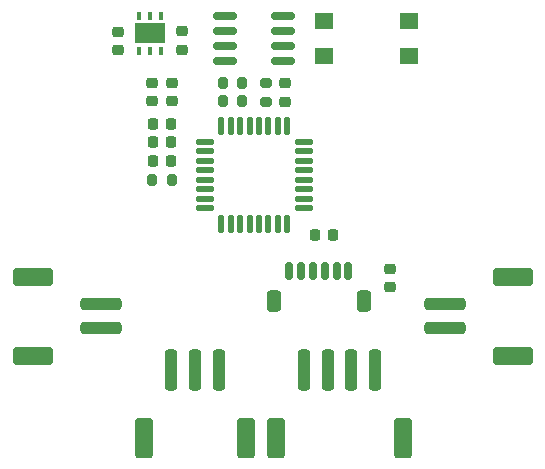
<source format=gtp>
%TF.GenerationSoftware,KiCad,Pcbnew,6.0.11-2627ca5db0~126~ubuntu20.04.1*%
%TF.CreationDate,2023-02-21T17:10:03+08:00*%
%TF.ProjectId,cityscope-can-module,63697479-7363-46f7-9065-2d63616e2d6d,v1.0*%
%TF.SameCoordinates,Original*%
%TF.FileFunction,Paste,Top*%
%TF.FilePolarity,Positive*%
%FSLAX46Y46*%
G04 Gerber Fmt 4.6, Leading zero omitted, Abs format (unit mm)*
G04 Created by KiCad (PCBNEW 6.0.11-2627ca5db0~126~ubuntu20.04.1) date 2023-02-21 17:10:03*
%MOMM*%
%LPD*%
G01*
G04 APERTURE LIST*
G04 Aperture macros list*
%AMRoundRect*
0 Rectangle with rounded corners*
0 $1 Rounding radius*
0 $2 $3 $4 $5 $6 $7 $8 $9 X,Y pos of 4 corners*
0 Add a 4 corners polygon primitive as box body*
4,1,4,$2,$3,$4,$5,$6,$7,$8,$9,$2,$3,0*
0 Add four circle primitives for the rounded corners*
1,1,$1+$1,$2,$3*
1,1,$1+$1,$4,$5*
1,1,$1+$1,$6,$7*
1,1,$1+$1,$8,$9*
0 Add four rect primitives between the rounded corners*
20,1,$1+$1,$2,$3,$4,$5,0*
20,1,$1+$1,$4,$5,$6,$7,0*
20,1,$1+$1,$6,$7,$8,$9,0*
20,1,$1+$1,$8,$9,$2,$3,0*%
G04 Aperture macros list end*
%ADD10RoundRect,0.200000X-0.200000X-0.275000X0.200000X-0.275000X0.200000X0.275000X-0.200000X0.275000X0*%
%ADD11RoundRect,0.225000X0.225000X0.250000X-0.225000X0.250000X-0.225000X-0.250000X0.225000X-0.250000X0*%
%ADD12RoundRect,0.225000X-0.250000X0.225000X-0.250000X-0.225000X0.250000X-0.225000X0.250000X0.225000X0*%
%ADD13R,0.400000X0.800000*%
%ADD14R,2.500000X1.750000*%
%ADD15RoundRect,0.125000X-0.625000X-0.125000X0.625000X-0.125000X0.625000X0.125000X-0.625000X0.125000X0*%
%ADD16RoundRect,0.125000X-0.125000X-0.625000X0.125000X-0.625000X0.125000X0.625000X-0.125000X0.625000X0*%
%ADD17RoundRect,0.250000X-1.500000X0.250000X-1.500000X-0.250000X1.500000X-0.250000X1.500000X0.250000X0*%
%ADD18RoundRect,0.250001X-1.449999X0.499999X-1.449999X-0.499999X1.449999X-0.499999X1.449999X0.499999X0*%
%ADD19RoundRect,0.225000X-0.225000X-0.250000X0.225000X-0.250000X0.225000X0.250000X-0.225000X0.250000X0*%
%ADD20RoundRect,0.150000X0.150000X0.625000X-0.150000X0.625000X-0.150000X-0.625000X0.150000X-0.625000X0*%
%ADD21RoundRect,0.250000X0.350000X0.650000X-0.350000X0.650000X-0.350000X-0.650000X0.350000X-0.650000X0*%
%ADD22RoundRect,0.250000X-0.250000X-1.500000X0.250000X-1.500000X0.250000X1.500000X-0.250000X1.500000X0*%
%ADD23RoundRect,0.250001X-0.499999X-1.449999X0.499999X-1.449999X0.499999X1.449999X-0.499999X1.449999X0*%
%ADD24R,1.600000X1.400000*%
%ADD25RoundRect,0.250000X1.500000X-0.250000X1.500000X0.250000X-1.500000X0.250000X-1.500000X-0.250000X0*%
%ADD26RoundRect,0.250001X1.449999X-0.499999X1.449999X0.499999X-1.449999X0.499999X-1.449999X-0.499999X0*%
%ADD27RoundRect,0.200000X0.275000X-0.200000X0.275000X0.200000X-0.275000X0.200000X-0.275000X-0.200000X0*%
%ADD28RoundRect,0.225000X0.250000X-0.225000X0.250000X0.225000X-0.250000X0.225000X-0.250000X-0.225000X0*%
%ADD29RoundRect,0.150000X0.825000X0.150000X-0.825000X0.150000X-0.825000X-0.150000X0.825000X-0.150000X0*%
%ADD30RoundRect,0.218750X-0.256250X0.218750X-0.256250X-0.218750X0.256250X-0.218750X0.256250X0.218750X0*%
G04 APERTURE END LIST*
D10*
%TO.C,R1*%
X172375000Y-81300000D03*
X174025000Y-81300000D03*
%TD*%
D11*
%TO.C,C1*%
X168000000Y-83200000D03*
X166450000Y-83200000D03*
%TD*%
D12*
%TO.C,C2*%
X168100000Y-79725000D03*
X168100000Y-81275000D03*
%TD*%
D13*
%TO.C,PS1*%
X167150000Y-74055000D03*
X166200000Y-74055000D03*
X165250000Y-74055000D03*
X165250000Y-77055000D03*
X166200000Y-77055000D03*
X167150000Y-77055000D03*
D14*
X166200000Y-75555000D03*
%TD*%
D15*
%TO.C,U1*%
X170850000Y-84750000D03*
X170850000Y-85550000D03*
X170850000Y-86350000D03*
X170850000Y-87150000D03*
X170850000Y-87950000D03*
X170850000Y-88750000D03*
X170850000Y-89550000D03*
X170850000Y-90350000D03*
D16*
X172225000Y-91725000D03*
X173025000Y-91725000D03*
X173825000Y-91725000D03*
X174625000Y-91725000D03*
X175425000Y-91725000D03*
X176225000Y-91725000D03*
X177025000Y-91725000D03*
X177825000Y-91725000D03*
D15*
X179200000Y-90350000D03*
X179200000Y-89550000D03*
X179200000Y-88750000D03*
X179200000Y-87950000D03*
X179200000Y-87150000D03*
X179200000Y-86350000D03*
X179200000Y-85550000D03*
X179200000Y-84750000D03*
D16*
X177825000Y-83375000D03*
X177025000Y-83375000D03*
X176225000Y-83375000D03*
X175425000Y-83375000D03*
X174625000Y-83375000D03*
X173825000Y-83375000D03*
X173025000Y-83375000D03*
X172225000Y-83375000D03*
%TD*%
D17*
%TO.C,J6*%
X162050000Y-98500000D03*
X162050000Y-100500000D03*
D18*
X156300000Y-96150000D03*
X156300000Y-102850000D03*
%TD*%
D19*
%TO.C,C4*%
X180150000Y-92600000D03*
X181700000Y-92600000D03*
%TD*%
D12*
%TO.C,C5*%
X168900000Y-75405000D03*
X168900000Y-76955000D03*
%TD*%
D20*
%TO.C,J1*%
X183000000Y-95675000D03*
X182000000Y-95675000D03*
X181000000Y-95675000D03*
X180000000Y-95675000D03*
X179000000Y-95675000D03*
X178000000Y-95675000D03*
D21*
X184300000Y-98200000D03*
X176700000Y-98200000D03*
%TD*%
D12*
%TO.C,C3*%
X166350000Y-79725000D03*
X166350000Y-81275000D03*
%TD*%
D10*
%TO.C,R4*%
X166400000Y-88000000D03*
X168050000Y-88000000D03*
%TD*%
D12*
%TO.C,C6*%
X163500000Y-75455000D03*
X163500000Y-77005000D03*
%TD*%
D22*
%TO.C,J5*%
X179250000Y-104050000D03*
X181250000Y-104050000D03*
X183250000Y-104050000D03*
X185250000Y-104050000D03*
D23*
X187600000Y-109800000D03*
X176900000Y-109800000D03*
%TD*%
D19*
%TO.C,C7*%
X166450000Y-86400000D03*
X168000000Y-86400000D03*
%TD*%
D10*
%TO.C,R3*%
X172375000Y-79800000D03*
X174025000Y-79800000D03*
%TD*%
D24*
%TO.C,SW1*%
X188100000Y-74500000D03*
X180900000Y-74500000D03*
X188100000Y-77500000D03*
X180900000Y-77500000D03*
%TD*%
D25*
%TO.C,J7*%
X191150000Y-100500000D03*
X191150000Y-98500000D03*
D26*
X196900000Y-96150000D03*
X196900000Y-102850000D03*
%TD*%
D19*
%TO.C,C8*%
X166450000Y-84800000D03*
X168000000Y-84800000D03*
%TD*%
D27*
%TO.C,R2*%
X176025000Y-81375000D03*
X176025000Y-79725000D03*
%TD*%
D22*
%TO.C,J4*%
X168000000Y-104050000D03*
X170000000Y-104050000D03*
X172000000Y-104050000D03*
D23*
X174350000Y-109800000D03*
X165650000Y-109800000D03*
%TD*%
D28*
%TO.C,C9*%
X186500000Y-97050000D03*
X186500000Y-95500000D03*
%TD*%
D29*
%TO.C,U2*%
X177475000Y-77905000D03*
X177475000Y-76635000D03*
X177475000Y-75365000D03*
X177475000Y-74095000D03*
X172525000Y-74095000D03*
X172525000Y-75365000D03*
X172525000Y-76635000D03*
X172525000Y-77905000D03*
%TD*%
D30*
%TO.C,D1*%
X177625000Y-79782500D03*
X177625000Y-81357500D03*
%TD*%
M02*

</source>
